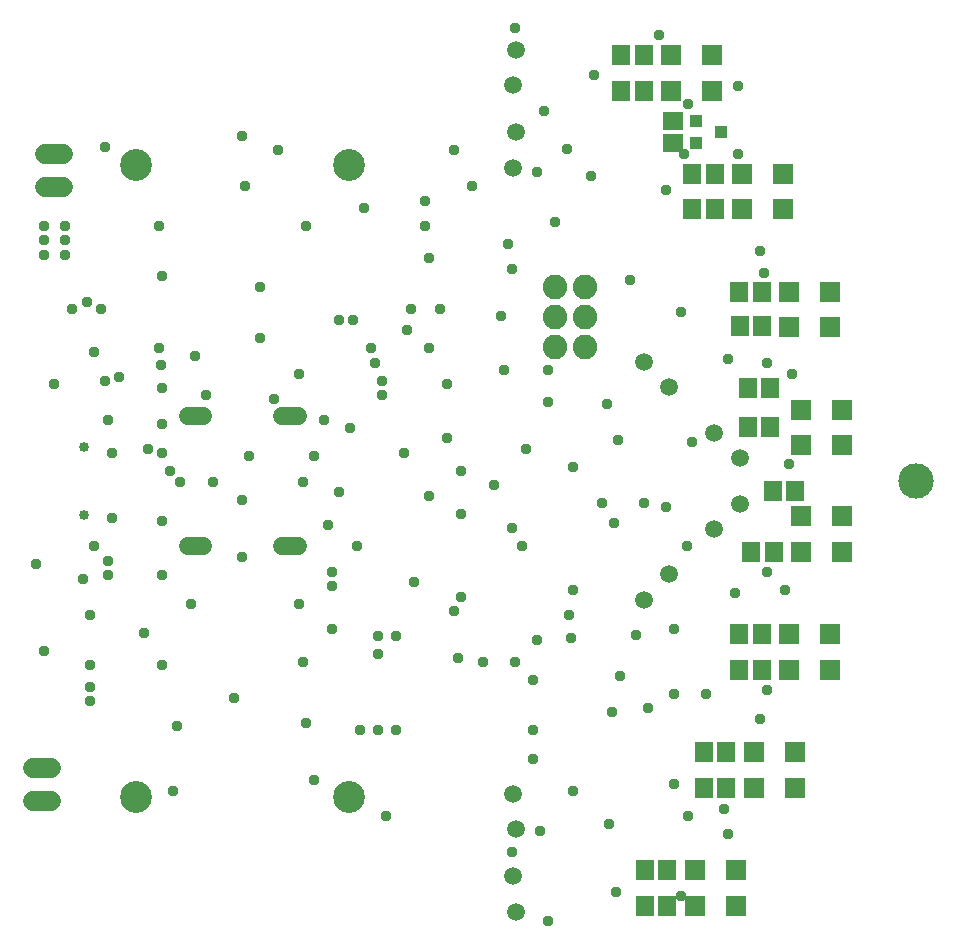
<source format=gbr>
G04 EAGLE Gerber RS-274X export*
G75*
%MOMM*%
%FSLAX34Y34*%
%LPD*%
%INSoldermask Bottom*%
%IPPOS*%
%AMOC8*
5,1,8,0,0,1.08239X$1,22.5*%
G01*
%ADD10C,1.511200*%
%ADD11C,2.703200*%
%ADD12C,1.511200*%
%ADD13C,0.853200*%
%ADD14C,1.727200*%
%ADD15C,3.003200*%
%ADD16C,2.082800*%
%ADD17R,1.703200X1.703200*%
%ADD18R,1.503200X1.803200*%
%ADD19R,1.103200X1.003200*%
%ADD20R,1.803200X1.503200*%
%ADD21C,0.959600*%


D10*
X156540Y455000D02*
X143460Y455000D01*
X223460Y455000D02*
X236540Y455000D01*
D11*
X100000Y667500D03*
X280000Y667500D03*
D10*
X236540Y345000D02*
X223460Y345000D01*
X156540Y345000D02*
X143460Y345000D01*
D11*
X280000Y132500D03*
X100000Y132500D03*
D12*
X421307Y694943D03*
X418693Y665057D03*
X421307Y764943D03*
X418693Y735057D03*
X418693Y134943D03*
X421307Y105057D03*
X418693Y64943D03*
X421307Y35057D03*
X529393Y500607D03*
X550607Y479393D03*
X589393Y440607D03*
X610607Y419393D03*
X610607Y380607D03*
X589393Y359393D03*
X550607Y320607D03*
X529393Y299393D03*
D13*
X55550Y428900D03*
X55550Y371100D03*
D14*
X37620Y648730D02*
X22380Y648730D01*
X22380Y676670D02*
X37620Y676670D01*
D15*
X760000Y400000D03*
D14*
X27620Y128730D02*
X12380Y128730D01*
X12380Y156670D02*
X27620Y156670D01*
D16*
X454152Y563880D03*
X479552Y563880D03*
X454152Y538480D03*
X479552Y538480D03*
X454152Y513080D03*
X479552Y513080D03*
D17*
X587500Y730000D03*
X552500Y730000D03*
D18*
X529500Y730000D03*
X510500Y730000D03*
D17*
X647500Y630000D03*
X612500Y630000D03*
D18*
X589500Y630000D03*
X570500Y630000D03*
D17*
X687500Y530000D03*
X652500Y530000D03*
D18*
X630036Y530704D03*
X611036Y530704D03*
D17*
X697500Y430000D03*
X662500Y430000D03*
D18*
X636452Y445240D03*
X617452Y445240D03*
D17*
X697500Y370000D03*
X662500Y370000D03*
D18*
X657788Y391336D03*
X638788Y391336D03*
D17*
X687500Y270000D03*
X652500Y270000D03*
D18*
X629500Y270000D03*
X610500Y270000D03*
D17*
X657500Y170000D03*
X622500Y170000D03*
D18*
X599500Y170000D03*
X580500Y170000D03*
D17*
X607500Y70000D03*
X572500Y70000D03*
D18*
X549500Y70000D03*
X530500Y70000D03*
D17*
X552500Y760000D03*
X587500Y760000D03*
D18*
X529500Y760000D03*
X510500Y760000D03*
D17*
X612500Y660000D03*
X647500Y660000D03*
D18*
X589500Y660000D03*
X570500Y660000D03*
D17*
X652500Y560000D03*
X687500Y560000D03*
D18*
X629500Y560000D03*
X610500Y560000D03*
D17*
X662500Y460000D03*
X697500Y460000D03*
D18*
X636452Y478288D03*
X617452Y478288D03*
D17*
X662500Y340000D03*
X697500Y340000D03*
D18*
X639500Y340000D03*
X620500Y340000D03*
D17*
X652500Y240000D03*
X687500Y240000D03*
D18*
X629500Y240000D03*
X610500Y240000D03*
D17*
X622500Y140000D03*
X657500Y140000D03*
D18*
X599500Y140000D03*
X580500Y140000D03*
D17*
X572500Y40000D03*
X607500Y40000D03*
D18*
X549500Y40000D03*
X530500Y40000D03*
D19*
X573800Y685796D03*
X573800Y704796D03*
X594800Y695296D03*
D20*
X554244Y704796D03*
X554244Y685796D03*
D21*
X30480Y481584D03*
X60960Y286512D03*
X15240Y329184D03*
X118872Y512064D03*
X76200Y451104D03*
X320040Y188976D03*
X304800Y188976D03*
X320040Y268224D03*
X39624Y615696D03*
X39624Y603504D03*
X21336Y615696D03*
X21336Y603504D03*
X21336Y591312D03*
X39624Y591312D03*
X195072Y420624D03*
X188976Y384048D03*
X137160Y399288D03*
X332232Y545592D03*
X243840Y615696D03*
X118872Y615696D03*
X243840Y195072D03*
X134112Y192024D03*
X73152Y682752D03*
X192024Y649224D03*
X131064Y137160D03*
X310896Y115824D03*
X356616Y545592D03*
X529872Y381000D03*
X347472Y588264D03*
X188976Y691896D03*
X240792Y246888D03*
X182880Y216408D03*
X249936Y146304D03*
X121920Y243840D03*
X21336Y256032D03*
X289560Y188976D03*
X188976Y335280D03*
X393192Y246888D03*
X420624Y246888D03*
X467868Y266700D03*
X522732Y269748D03*
X374904Y301752D03*
X304800Y268224D03*
X304800Y252984D03*
X429768Y426720D03*
X335280Y313944D03*
X374904Y408432D03*
X448056Y27432D03*
X609600Y734568D03*
X347472Y387096D03*
X280416Y445008D03*
X362712Y481584D03*
X271272Y390144D03*
X347472Y512064D03*
X518160Y569976D03*
X326136Y423672D03*
X554736Y274320D03*
X502920Y204216D03*
X469392Y137160D03*
X435864Y188976D03*
X435864Y231648D03*
X408432Y539496D03*
X384048Y649224D03*
X344424Y637032D03*
X368808Y679704D03*
X438912Y661416D03*
X484632Y658368D03*
X487680Y743712D03*
X445008Y713232D03*
X627888Y594360D03*
X560832Y542544D03*
X655320Y490728D03*
X649224Y307848D03*
X606552Y304800D03*
X627888Y198120D03*
X554736Y143256D03*
X600456Y100584D03*
X505968Y51816D03*
X441960Y103632D03*
X569976Y432816D03*
X237744Y490728D03*
X204216Y521208D03*
X121920Y448056D03*
X146304Y295656D03*
X237744Y295656D03*
X219456Y679704D03*
X121920Y573024D03*
X204216Y563880D03*
X158496Y472440D03*
X64008Y509016D03*
X566448Y344424D03*
X554736Y219456D03*
X533400Y207264D03*
X566928Y719328D03*
X548640Y646176D03*
X600456Y502920D03*
X652272Y414528D03*
X582168Y219456D03*
X149352Y505968D03*
X216408Y469392D03*
X164592Y399288D03*
X240792Y399288D03*
X249936Y420624D03*
X259080Y451104D03*
X371856Y249936D03*
X499872Y109728D03*
X566928Y115824D03*
X466344Y286512D03*
X368808Y289560D03*
X504444Y364236D03*
X402336Y396240D03*
X507492Y434340D03*
X498348Y464820D03*
X435864Y164592D03*
X414528Y600456D03*
X57912Y551688D03*
X60960Y225552D03*
X70104Y545592D03*
X45720Y545592D03*
X60960Y213360D03*
X60960Y243840D03*
X54864Y316992D03*
X121920Y478536D03*
X120396Y498348D03*
X420624Y783336D03*
X121920Y320040D03*
X106680Y271272D03*
X438912Y265176D03*
X509016Y234696D03*
X265176Y274320D03*
X630936Y576072D03*
X609600Y676656D03*
X542544Y777240D03*
X633984Y499872D03*
X298704Y512064D03*
X329184Y527304D03*
X301752Y499872D03*
X128016Y408432D03*
X262128Y362712D03*
X121920Y365760D03*
X286512Y344424D03*
X417576Y359664D03*
X469392Y411480D03*
X426720Y344424D03*
X493776Y381000D03*
X79248Y423672D03*
X79248Y368808D03*
X64008Y344424D03*
X121920Y423672D03*
X271272Y536448D03*
X109728Y426720D03*
X283464Y536448D03*
X292608Y630936D03*
X344424Y615696D03*
X417576Y85344D03*
X464820Y681228D03*
X548640Y377952D03*
X448056Y493776D03*
X411480Y493776D03*
X454152Y618744D03*
X417576Y579120D03*
X307848Y484632D03*
X85344Y487680D03*
X307848Y472440D03*
X73152Y484632D03*
X265176Y310896D03*
X76200Y320040D03*
X265176Y323088D03*
X76200Y332232D03*
X560832Y48768D03*
X597408Y121920D03*
X633984Y222504D03*
X633984Y323088D03*
X362712Y435864D03*
X448056Y466344D03*
X374904Y371856D03*
X469392Y307848D03*
X563880Y676656D03*
M02*

</source>
